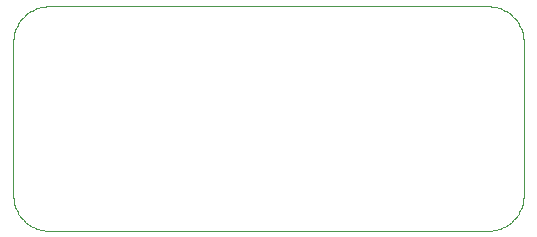
<source format=gbr>
%TF.GenerationSoftware,KiCad,Pcbnew,(6.0.5-0)*%
%TF.CreationDate,2022-06-18T16:55:17+02:00*%
%TF.ProjectId,OpenOBDPower,4f70656e-4f42-4445-906f-7765722e6b69,rev?*%
%TF.SameCoordinates,Original*%
%TF.FileFunction,Profile,NP*%
%FSLAX46Y46*%
G04 Gerber Fmt 4.6, Leading zero omitted, Abs format (unit mm)*
G04 Created by KiCad (PCBNEW (6.0.5-0)) date 2022-06-18 16:55:17*
%MOMM*%
%LPD*%
G01*
G04 APERTURE LIST*
%TA.AperFunction,Profile*%
%ADD10C,0.100000*%
%TD*%
G04 APERTURE END LIST*
D10*
X157868761Y-89993686D02*
X158016512Y-90004679D01*
X158163007Y-90022876D01*
X158308002Y-90048176D01*
X158451249Y-90080476D01*
X158592502Y-90119674D01*
X158731517Y-90165670D01*
X158868047Y-90218360D01*
X159001846Y-90277644D01*
X159132669Y-90343418D01*
X159260268Y-90415582D01*
X159384399Y-90494034D01*
X159504816Y-90578671D01*
X159621272Y-90669392D01*
X159733522Y-90766095D01*
X159841320Y-90868678D01*
X159943902Y-90976476D01*
X160040605Y-91088725D01*
X160131326Y-91205181D01*
X160215963Y-91325598D01*
X160294415Y-91449728D01*
X160366579Y-91577328D01*
X160432354Y-91708150D01*
X160491638Y-91841949D01*
X160544328Y-91978479D01*
X160590324Y-92117494D01*
X160629523Y-92258748D01*
X160661823Y-92401995D01*
X160687123Y-92546990D01*
X160705321Y-92693486D01*
X160716314Y-92841238D01*
X160720001Y-92989999D01*
X160720001Y-105989999D01*
X160716314Y-106138760D01*
X160705321Y-106286512D01*
X160687123Y-106433008D01*
X160661823Y-106578003D01*
X160629523Y-106721250D01*
X160590324Y-106862504D01*
X160544328Y-107001519D01*
X160491638Y-107138049D01*
X160432354Y-107271847D01*
X160366579Y-107402669D01*
X160294415Y-107530269D01*
X160215963Y-107654399D01*
X160131326Y-107774816D01*
X160040605Y-107891272D01*
X159943902Y-108003521D01*
X159841320Y-108111319D01*
X159733522Y-108213902D01*
X159621272Y-108310605D01*
X159504816Y-108401326D01*
X159384399Y-108485963D01*
X159260268Y-108564415D01*
X159132669Y-108636579D01*
X159001846Y-108702353D01*
X158868047Y-108761637D01*
X158731517Y-108814327D01*
X158592502Y-108860323D01*
X158451249Y-108899521D01*
X158308002Y-108931821D01*
X158163007Y-108957121D01*
X158016512Y-108975318D01*
X157868761Y-108986311D01*
X157720001Y-108989998D01*
X120520000Y-108989998D01*
X120371239Y-108986311D01*
X120223487Y-108975318D01*
X120076991Y-108957121D01*
X119931996Y-108931821D01*
X119788749Y-108899521D01*
X119647495Y-108860323D01*
X119508480Y-108814327D01*
X119371950Y-108761637D01*
X119238151Y-108702353D01*
X119107329Y-108636579D01*
X118979729Y-108564415D01*
X118855599Y-108485963D01*
X118735182Y-108401326D01*
X118618727Y-108310605D01*
X118506477Y-108213902D01*
X118398680Y-108111319D01*
X118296097Y-108003521D01*
X118199394Y-107891272D01*
X118108672Y-107774816D01*
X118024035Y-107654399D01*
X117945584Y-107530269D01*
X117873420Y-107402669D01*
X117807645Y-107271847D01*
X117748361Y-107138048D01*
X117695671Y-107001518D01*
X117649675Y-106862503D01*
X117610477Y-106721249D01*
X117578177Y-106578002D01*
X117552877Y-106433007D01*
X117534680Y-106286511D01*
X117523687Y-106138759D01*
X117520000Y-105989997D01*
X117520000Y-92989999D01*
X117523687Y-92841238D01*
X117534680Y-92693486D01*
X117552877Y-92546990D01*
X117578177Y-92401995D01*
X117610477Y-92258748D01*
X117649676Y-92117494D01*
X117695671Y-91978479D01*
X117748361Y-91841949D01*
X117807645Y-91708150D01*
X117873420Y-91577328D01*
X117945584Y-91449728D01*
X118024035Y-91325598D01*
X118108672Y-91205181D01*
X118199393Y-91088725D01*
X118296096Y-90976476D01*
X118398679Y-90868678D01*
X118506477Y-90766095D01*
X118618726Y-90669392D01*
X118735182Y-90578671D01*
X118855598Y-90494034D01*
X118979729Y-90415582D01*
X119107328Y-90343418D01*
X119238151Y-90277644D01*
X119371950Y-90218360D01*
X119508479Y-90165670D01*
X119647494Y-90119675D01*
X119788749Y-90080476D01*
X119931996Y-90048176D01*
X120076991Y-90022877D01*
X120223487Y-90004680D01*
X120371239Y-89993687D01*
X120520000Y-89990000D01*
X157720001Y-89989999D01*
X157868761Y-89993686D01*
M02*

</source>
